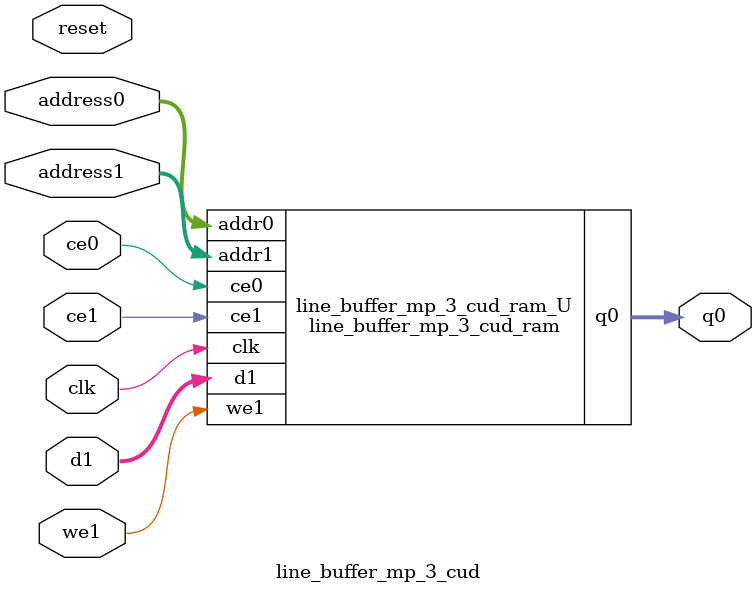
<source format=v>

`timescale 1 ns / 1 ps
module line_buffer_mp_3_cud_ram (addr0, ce0, q0, addr1, ce1, d1, we1,  clk);

parameter DWIDTH = 16;
parameter AWIDTH = 13;
parameter MEM_SIZE = 8064;

input[AWIDTH-1:0] addr0;
input ce0;
output reg[DWIDTH-1:0] q0;
input[AWIDTH-1:0] addr1;
input ce1;
input[DWIDTH-1:0] d1;
input we1;
input clk;

(* ram_style = "block" *)reg [DWIDTH-1:0] ram[0:MEM_SIZE-1];




always @(posedge clk)  
begin 
    if (ce0) 
    begin
            q0 <= ram[addr0];
    end
end


always @(posedge clk)  
begin 
    if (ce1) 
    begin
        if (we1) 
        begin 
            ram[addr1] <= d1; 
        end 
    end
end


endmodule


`timescale 1 ns / 1 ps
module line_buffer_mp_3_cud(
    reset,
    clk,
    address0,
    ce0,
    q0,
    address1,
    ce1,
    we1,
    d1);

parameter DataWidth = 32'd16;
parameter AddressRange = 32'd8064;
parameter AddressWidth = 32'd13;
input reset;
input clk;
input[AddressWidth - 1:0] address0;
input ce0;
output[DataWidth - 1:0] q0;
input[AddressWidth - 1:0] address1;
input ce1;
input we1;
input[DataWidth - 1:0] d1;



line_buffer_mp_3_cud_ram line_buffer_mp_3_cud_ram_U(
    .clk( clk ),
    .addr0( address0 ),
    .ce0( ce0 ),
    .q0( q0 ),
    .addr1( address1 ),
    .ce1( ce1 ),
    .d1( d1 ),
    .we1( we1 ));

endmodule


</source>
